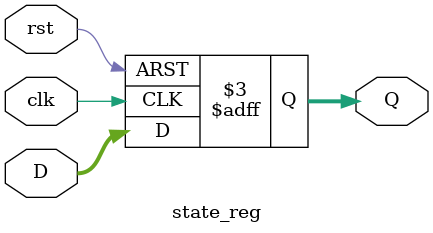
<source format=v>
module state_reg(D,clk,rst,Q);

input[3:0] D;
input clk, rst;
output reg [3:0] Q;

always @(posedge clk or posedge rst) begin

	if (rst == 1'b1)
		Q <= 4'b000;
	else 
		Q <= D;
	end
	
endmodule
</source>
